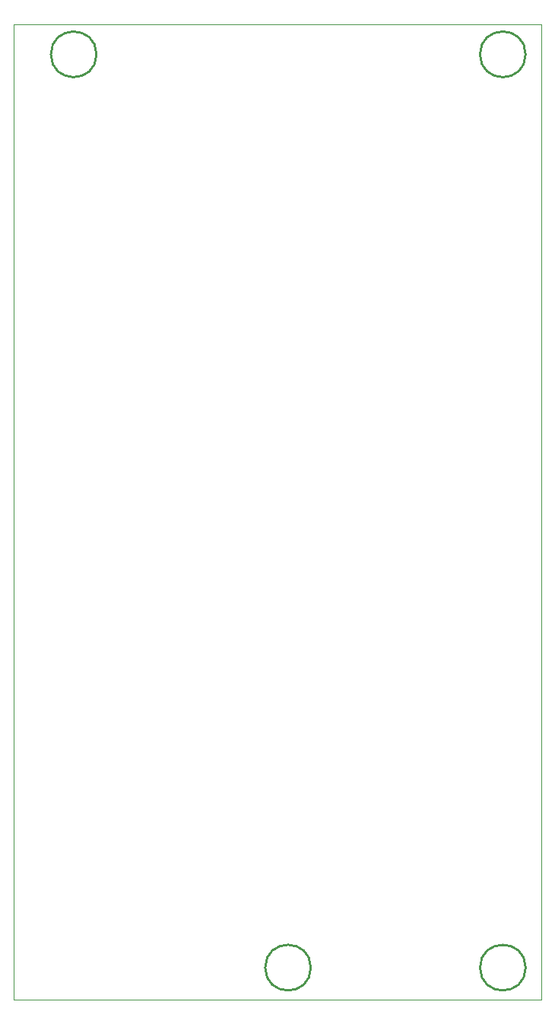
<source format=gko>
G04 Layer_Color=16711935*
%FSLAX44Y44*%
%MOMM*%
G71*
G01*
G75*
%ADD23C,0.2540*%
%ADD72C,0.0254*%
D23*
X92512Y1051755D02*
G03*
X92512Y1051755I-25400J0D01*
G01*
X570447D02*
G03*
X570447Y1051755I-25400J0D01*
G01*
Y35371D02*
G03*
X570447Y35371I-25400J0D01*
G01*
X331228D02*
G03*
X331228Y35371I-25400J0D01*
G01*
D72*
X-9Y-125D02*
X18083D01*
X256605D01*
X588313D01*
Y1085305D01*
X588265Y1085257D02*
X588313Y1085305D01*
X-54Y1085257D02*
X588265D01*
X-54D02*
X-9Y1085213D01*
Y-125D02*
Y1085213D01*
M02*

</source>
